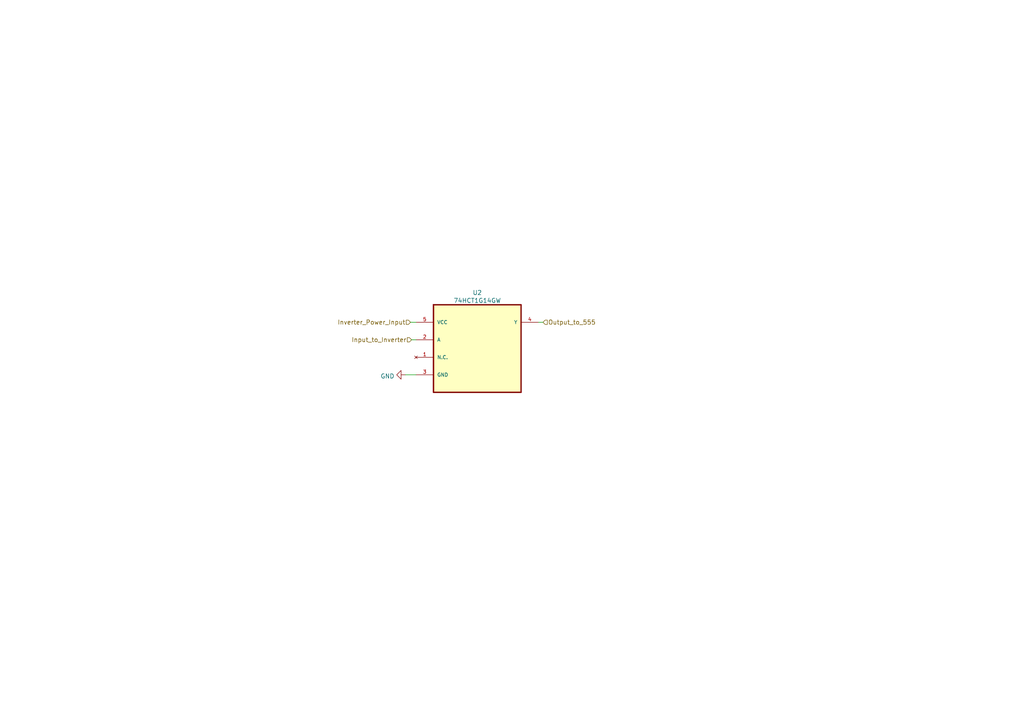
<source format=kicad_sch>
(kicad_sch (version 20210606) (generator eeschema)
  (paper "A4")
  (lib_symbols
    (symbol "Logic:74HCT1G14GW" (pin_names (offset 1.016))
      (property "Reference" "U" (at -5.0546 12.6746 0))
      (property "Value" "74HCT1G14GW" (at -3.8862 -19.6088 0))
      (symbol "74HCT1G14GW_0_0"
        (rectangle (start -12.7 -15.24) (end 12.7 10.16) (stroke (width 0.4064)) (fill (type background)))
        (pin no_connect line (at -17.78 -5.08 0) (length 5.08) (name "N.C.") (number "1"))
        (pin input line (at -17.78 0 0) (length 5.08) (name "A") (number "2"))
        (pin passive line (at -17.78 -10.16 0) (length 5.08) (name "GND") (number "3"))
        (pin output line (at 17.78 5.08 180) (length 5.08) (name "Y") (number "4"))
        (pin power_in line (at -17.78 5.08 0) (length 5.08) (name "VCC") (number "5"))
      )
    )
    (symbol "power:GND" (power) (pin_names (offset 0))
      (property "Value" "GND" (at 0 -3.81 0))
      (symbol "GND_0_1"
        (polyline (pts (xy 0 0) (xy 0 -1.27) (xy 1.27 -1.27) (xy 0 -2.54) (xy -1.27 -1.27) (xy 0 -1.27)))
      )
      (symbol "GND_1_1"
        (pin power_in line (at 0 0 270) (length 0) hide (name "GND") (number "1"))
      )
    )
  )
  (wire (pts (xy 117.602 108.712) (xy 120.65 108.712)))
  (wire (pts (xy 119.0752 93.472) (xy 120.65 93.472)))
  (wire (pts (xy 119.38 98.552) (xy 120.65 98.552)))
  (wire (pts (xy 156.21 93.472) (xy 157.48 93.472)))
  (hierarchical_label "Inverter_Power_Input" (shape input) (at 119.0752 93.472 180))
  (hierarchical_label "Input_to_Inverter" (shape input) (at 119.38 98.552 180))
  (hierarchical_label "Output_to_555" (shape input) (at 157.48 93.472 0))
  (symbol (lib_id "power:GND") (at 117.602 108.712 270) (unit 1)
    (property "Reference" "#PWR09" (effects hide))
    (property "Value" "GND" (at 114.427 109.1005 90) (effects (justify right)))
  )
  (symbol (lib_id "Logic:74HCT1G14GW") (at 138.43 98.552 0) (unit 1)
    (property "Reference" "U2" (at 138.43 84.8826 0))
    (property "Value" "74HCT1G14GW" (at 138.43 87.1813 0))
    (property "Footprint" "Inverter:SOT65P210X110-5N" (effects hide))
    (property "PACKAGE" "SOT-5" (effects hide))
    (property "MPN" "74HCT1G14GW" (effects hide))
    (property "OC_NEWARK" "99K0543" (effects hide))
    (property "OC_FARNELL" "1085264" (effects hide))
    (property "SUPPLIER" "NXP" (effects hide))
  )
)
</source>
